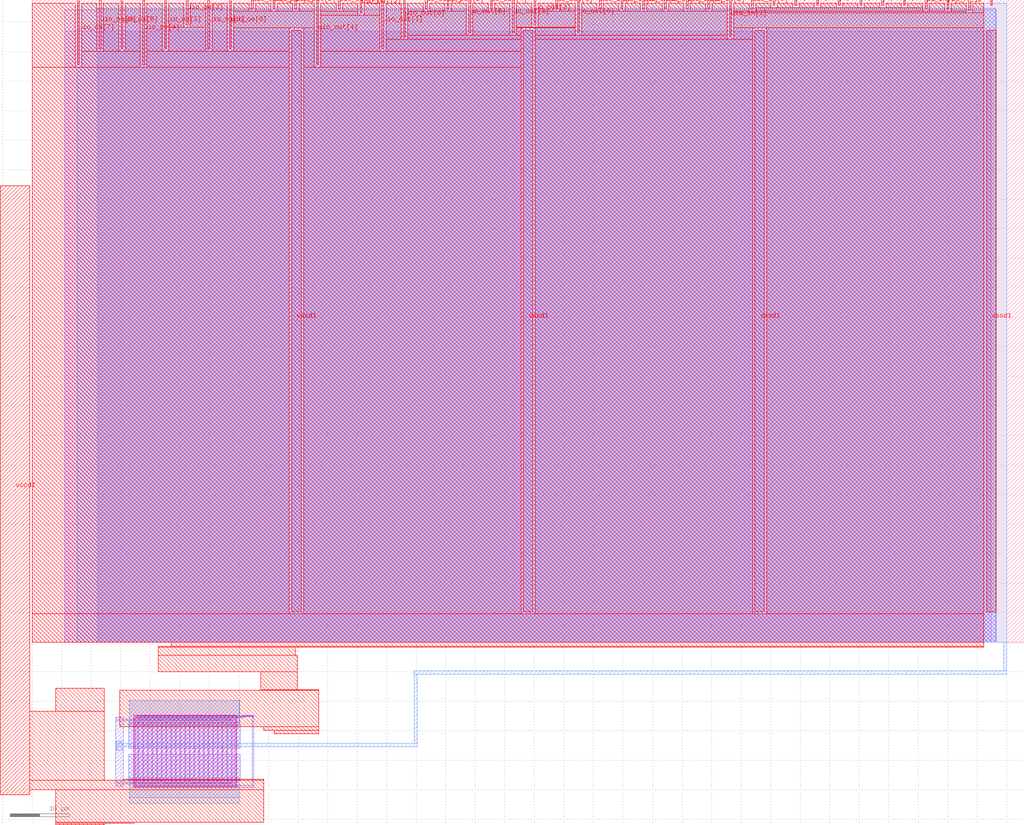
<source format=lef>
VERSION 5.7 ;
  NOWIREEXTENSIONATPIN ON ;
  DIVIDERCHAR "/" ;
  BUSBITCHARS "[]" ;
MACRO tt_um_test
  CLASS BLOCK ;
  FOREIGN tt_um_test ;
  ORIGIN 0.000 0.000 ;
  SIZE 167.900 BY 108.800 ;
  PIN clk
    DIRECTION INPUT ;
    USE SIGNAL ;
    PORT
      LAYER met4 ;
        RECT 158.550 106.950 158.850 108.800 ;
    END
  END clk
  PIN ena
    DIRECTION INPUT ;
    USE SIGNAL ;
    PORT
      LAYER met4 ;
        RECT 162.230 107.800 162.530 108.800 ;
    END
  END ena
  PIN rst_n
    DIRECTION INPUT ;
    USE SIGNAL ;
    PORT
      LAYER met4 ;
        RECT 154.870 107.260 155.170 108.800 ;
    END
  END rst_n
  PIN ui_in[0]
    DIRECTION INPUT ;
    USE SIGNAL ;
    PORT
      LAYER met4 ;
        RECT 151.190 107.260 151.490 108.800 ;
    END
  END ui_in[0]
  PIN ui_in[1]
    DIRECTION INPUT ;
    USE SIGNAL ;
    PORT
      LAYER met4 ;
        RECT 147.510 107.800 147.810 108.800 ;
    END
  END ui_in[1]
  PIN ui_in[2]
    DIRECTION INPUT ;
    USE SIGNAL ;
    PORT
      LAYER met4 ;
        RECT 143.830 107.800 144.130 108.800 ;
    END
  END ui_in[2]
  PIN ui_in[3]
    DIRECTION INPUT ;
    USE SIGNAL ;
    PORT
      LAYER met4 ;
        RECT 140.150 107.800 140.450 108.800 ;
    END
  END ui_in[3]
  PIN ui_in[4]
    DIRECTION INPUT ;
    USE SIGNAL ;
    PORT
      LAYER met4 ;
        RECT 136.470 107.800 136.770 108.800 ;
    END
  END ui_in[4]
  PIN ui_in[5]
    DIRECTION INPUT ;
    USE SIGNAL ;
    PORT
      LAYER met4 ;
        RECT 132.790 107.800 133.090 108.800 ;
    END
  END ui_in[5]
  PIN ui_in[6]
    DIRECTION INPUT ;
    USE SIGNAL ;
    PORT
      LAYER met4 ;
        RECT 129.110 107.800 129.410 108.800 ;
    END
  END ui_in[6]
  PIN ui_in[7]
    DIRECTION INPUT ;
    USE SIGNAL ;
    PORT
      LAYER met4 ;
        RECT 125.430 107.800 125.730 108.800 ;
    END
  END ui_in[7]
  PIN uio_in[0]
    DIRECTION INPUT ;
    USE SIGNAL ;
    PORT
      LAYER met4 ;
        RECT 121.750 107.260 122.050 108.800 ;
    END
  END uio_in[0]
  PIN uio_in[1]
    DIRECTION INPUT ;
    USE SIGNAL ;
    PORT
      LAYER met4 ;
        RECT 118.070 102.500 118.370 108.800 ;
    END
  END uio_in[1]
  PIN uio_in[2]
    DIRECTION INPUT ;
    USE SIGNAL ;
    PORT
      LAYER met4 ;
        RECT 114.390 107.260 114.690 108.800 ;
    END
  END uio_in[2]
  PIN uio_in[3]
    DIRECTION INPUT ;
    USE SIGNAL ;
    PORT
      LAYER met4 ;
        RECT 110.710 107.260 111.010 108.800 ;
    END
  END uio_in[3]
  PIN uio_in[4]
    DIRECTION INPUT ;
    USE SIGNAL ;
    PORT
      LAYER met4 ;
        RECT 107.030 107.260 107.330 108.800 ;
    END
  END uio_in[4]
  PIN uio_in[5]
    DIRECTION INPUT ;
    USE SIGNAL ;
    PORT
      LAYER met4 ;
        RECT 103.350 107.260 103.650 108.800 ;
    END
  END uio_in[5]
  PIN uio_in[6]
    DIRECTION INPUT ;
    USE SIGNAL ;
    PORT
      LAYER met4 ;
        RECT 99.670 107.260 99.970 108.800 ;
    END
  END uio_in[6]
  PIN uio_in[7]
    DIRECTION INPUT ;
    USE SIGNAL ;
    PORT
      LAYER met4 ;
        RECT 95.990 107.260 96.290 108.800 ;
    END
  END uio_in[7]
  PIN uio_oe[0]
    DIRECTION OUTPUT TRISTATE ;
    USE SIGNAL ;
    PORT
      LAYER met4 ;
        RECT 33.430 100.460 33.730 108.800 ;
    END
  END uio_oe[0]
  PIN uio_oe[1]
    DIRECTION OUTPUT TRISTATE ;
    USE SIGNAL ;
    PORT
      LAYER met4 ;
        RECT 29.750 100.460 30.050 108.800 ;
    END
  END uio_oe[1]
  PIN uio_oe[2]
    DIRECTION OUTPUT TRISTATE ;
    USE SIGNAL ;
    PORT
      LAYER met4 ;
        RECT 26.070 104.540 26.370 108.800 ;
    END
  END uio_oe[2]
  PIN uio_oe[3]
    DIRECTION OUTPUT TRISTATE ;
    USE SIGNAL ;
    PORT
      LAYER met4 ;
        RECT 22.390 100.460 22.690 108.800 ;
    END
  END uio_oe[3]
  PIN uio_oe[4]
    DIRECTION OUTPUT TRISTATE ;
    USE SIGNAL ;
    PORT
      LAYER met4 ;
        RECT 18.710 97.740 19.010 108.800 ;
    END
  END uio_oe[4]
  PIN uio_oe[5]
    DIRECTION OUTPUT TRISTATE ;
    USE SIGNAL ;
    PORT
      LAYER met4 ;
        RECT 15.030 100.460 15.330 108.800 ;
    END
  END uio_oe[5]
  PIN uio_oe[6]
    DIRECTION OUTPUT TRISTATE ;
    USE SIGNAL ;
    PORT
      LAYER met4 ;
        RECT 11.350 100.460 11.650 108.800 ;
    END
  END uio_oe[6]
  PIN uio_oe[7]
    DIRECTION OUTPUT TRISTATE ;
    USE SIGNAL ;
    PORT
      LAYER met4 ;
        RECT 7.670 97.740 7.970 108.800 ;
    END
  END uio_oe[7]
  PIN uio_out[0]
    DIRECTION OUTPUT TRISTATE ;
    USE SIGNAL ;
    PORT
      LAYER met4 ;
        RECT 62.870 102.500 63.170 108.800 ;
    END
  END uio_out[0]
  PIN uio_out[1]
    DIRECTION OUTPUT TRISTATE ;
    USE SIGNAL ;
    PORT
      LAYER met4 ;
        RECT 59.190 100.460 59.490 108.800 ;
    END
  END uio_out[1]
  PIN uio_out[2]
    DIRECTION OUTPUT TRISTATE ;
    USE SIGNAL ;
    PORT
      LAYER met4 ;
        RECT 55.510 106.580 55.810 108.800 ;
    END
  END uio_out[2]
  PIN uio_out[3]
    DIRECTION OUTPUT TRISTATE ;
    USE SIGNAL ;
    PORT
      LAYER met4 ;
        RECT 51.830 107.260 52.130 108.800 ;
    END
  END uio_out[3]
  PIN uio_out[4]
    DIRECTION OUTPUT TRISTATE ;
    USE SIGNAL ;
    PORT
      LAYER met4 ;
        RECT 48.150 97.740 48.450 108.800 ;
    END
  END uio_out[4]
  PIN uio_out[5]
    DIRECTION OUTPUT TRISTATE ;
    USE SIGNAL ;
    PORT
      LAYER met4 ;
        RECT 44.470 107.260 44.770 108.800 ;
    END
  END uio_out[5]
  PIN uio_out[6]
    DIRECTION OUTPUT TRISTATE ;
    USE SIGNAL ;
    PORT
      LAYER met4 ;
        RECT 40.790 107.260 41.090 108.800 ;
    END
  END uio_out[6]
  PIN uio_out[7]
    DIRECTION OUTPUT TRISTATE ;
    USE SIGNAL ;
    PORT
      LAYER met4 ;
        RECT 37.110 107.260 37.410 108.800 ;
    END
  END uio_out[7]
  PIN uo_out[0]
    DIRECTION OUTPUT TRISTATE ;
    USE SIGNAL ;
    PORT
      LAYER met4 ;
        RECT 92.310 103.180 92.610 108.800 ;
    END
  END uo_out[0]
  PIN uo_out[1]
    DIRECTION OUTPUT TRISTATE ;
    USE SIGNAL ;
    PORT
      LAYER met4 ;
        RECT 88.630 107.260 88.930 108.800 ;
    END
  END uo_out[1]
  PIN uo_out[2]
    DIRECTION OUTPUT TRISTATE ;
    USE SIGNAL ;
    PORT
      LAYER met4 ;
        RECT 84.950 104.540 85.250 108.800 ;
    END
  END uo_out[2]
  PIN uo_out[3]
    DIRECTION OUTPUT TRISTATE ;
    USE SIGNAL ;
    PORT
      LAYER met4 ;
        RECT 81.270 103.180 81.570 108.800 ;
    END
  END uo_out[3]
  PIN uo_out[4]
    DIRECTION OUTPUT TRISTATE ;
    USE SIGNAL ;
    PORT
      LAYER met4 ;
        RECT 77.590 107.260 77.890 108.800 ;
    END
  END uo_out[4]
  PIN uo_out[5]
    DIRECTION OUTPUT TRISTATE ;
    USE SIGNAL ;
    PORT
      LAYER met4 ;
        RECT 73.910 103.180 74.210 108.800 ;
    END
  END uo_out[5]
  PIN uo_out[6]
    DIRECTION OUTPUT TRISTATE ;
    USE SIGNAL ;
    PORT
      LAYER met4 ;
        RECT 70.230 107.260 70.530 108.800 ;
    END
  END uo_out[6]
  PIN uo_out[7]
    DIRECTION OUTPUT TRISTATE ;
    USE SIGNAL ;
    PORT
      LAYER met4 ;
        RECT 66.550 107.260 66.850 108.800 ;
    END
  END uo_out[7]
  PIN vssd1
    DIRECTION INOUT ;
    USE GROUND ;
    PORT
      LAYER met4 ;
        RECT 43.930 5.200 45.530 103.600 ;
    END
    PORT
      LAYER met4 ;
        RECT 83.140 5.200 84.740 103.600 ;
    END
    PORT
      LAYER met4 ;
        RECT 122.350 5.200 123.950 103.600 ;
    END
    PORT
      LAYER met4 ;
        RECT 161.560 5.200 163.160 103.600 ;
    END
  END vssd1
  PIN vccd1
    DIRECTION INOUT ;
    USE POWER ;
    PORT
      LAYER met4 ;
        RECT -5.420 -25.800 -0.420 77.240 ;
    END
  END vccd1
  OBS
      LAYER nwell ;
        RECT 17.145 -24.585 34.615 -12.395 ;
      LAYER li1 ;
        RECT 5.520 0.000 162.380 103.445 ;
        RECT 17.325 -12.745 34.435 -12.575 ;
        RECT 17.325 -24.235 17.495 -12.745 ;
        RECT 18.125 -13.255 18.625 -13.085 ;
        RECT 18.915 -13.255 19.415 -13.085 ;
        RECT 19.705 -13.255 20.205 -13.085 ;
        RECT 20.495 -13.255 20.995 -13.085 ;
        RECT 21.285 -13.255 21.785 -13.085 ;
        RECT 22.075 -13.255 22.575 -13.085 ;
        RECT 22.865 -13.255 23.365 -13.085 ;
        RECT 23.655 -13.255 24.155 -13.085 ;
        RECT 24.445 -13.255 24.945 -13.085 ;
        RECT 25.235 -13.255 25.735 -13.085 ;
        RECT 26.025 -13.255 26.525 -13.085 ;
        RECT 26.815 -13.255 27.315 -13.085 ;
        RECT 27.605 -13.255 28.105 -13.085 ;
        RECT 28.395 -13.255 28.895 -13.085 ;
        RECT 29.185 -13.255 29.685 -13.085 ;
        RECT 29.975 -13.255 30.475 -13.085 ;
        RECT 30.765 -13.255 31.265 -13.085 ;
        RECT 31.555 -13.255 32.055 -13.085 ;
        RECT 32.345 -13.255 32.845 -13.085 ;
        RECT 33.135 -13.255 33.635 -13.085 ;
        RECT 17.895 -23.510 18.065 -13.470 ;
        RECT 18.685 -23.510 18.855 -13.470 ;
        RECT 19.475 -23.510 19.645 -13.470 ;
        RECT 20.265 -23.510 20.435 -13.470 ;
        RECT 21.055 -23.510 21.225 -13.470 ;
        RECT 21.845 -23.510 22.015 -13.470 ;
        RECT 22.635 -23.510 22.805 -13.470 ;
        RECT 23.425 -23.510 23.595 -13.470 ;
        RECT 24.215 -23.510 24.385 -13.470 ;
        RECT 25.005 -23.510 25.175 -13.470 ;
        RECT 25.795 -23.510 25.965 -13.470 ;
        RECT 26.585 -23.510 26.755 -13.470 ;
        RECT 27.375 -23.510 27.545 -13.470 ;
        RECT 28.165 -23.510 28.335 -13.470 ;
        RECT 28.955 -23.510 29.125 -13.470 ;
        RECT 29.745 -23.510 29.915 -13.470 ;
        RECT 30.535 -23.510 30.705 -13.470 ;
        RECT 31.325 -23.510 31.495 -13.470 ;
        RECT 32.115 -23.510 32.285 -13.470 ;
        RECT 32.905 -23.510 33.075 -13.470 ;
        RECT 33.695 -23.510 33.865 -13.470 ;
        RECT 18.125 -23.895 18.625 -23.725 ;
        RECT 18.915 -23.895 19.415 -23.725 ;
        RECT 19.705 -23.895 20.205 -23.725 ;
        RECT 20.495 -23.895 20.995 -23.725 ;
        RECT 21.285 -23.895 21.785 -23.725 ;
        RECT 22.075 -23.895 22.575 -23.725 ;
        RECT 22.865 -23.895 23.365 -23.725 ;
        RECT 23.655 -23.895 24.155 -23.725 ;
        RECT 24.445 -23.895 24.945 -23.725 ;
        RECT 25.235 -23.895 25.735 -23.725 ;
        RECT 26.025 -23.895 26.525 -23.725 ;
        RECT 26.815 -23.895 27.315 -23.725 ;
        RECT 27.605 -23.895 28.105 -23.725 ;
        RECT 28.395 -23.895 28.895 -23.725 ;
        RECT 29.185 -23.895 29.685 -23.725 ;
        RECT 29.975 -23.895 30.475 -23.725 ;
        RECT 30.765 -23.895 31.265 -23.725 ;
        RECT 31.555 -23.895 32.055 -23.725 ;
        RECT 32.345 -23.895 32.845 -23.725 ;
        RECT 33.135 -23.895 33.635 -23.725 ;
        RECT 34.265 -24.235 34.435 -12.745 ;
        RECT 17.325 -24.405 34.435 -24.235 ;
      LAYER met1 ;
        RECT 5.520 0.000 163.160 107.060 ;
        RECT 17.820 -12.480 33.950 -12.460 ;
        RECT 35.590 -12.480 37.530 -12.320 ;
        RECT 17.820 -12.490 37.530 -12.480 ;
        RECT 17.680 -12.620 37.530 -12.490 ;
        RECT 14.170 -13.020 15.400 -12.700 ;
        RECT 17.680 -12.780 35.890 -12.620 ;
        RECT 17.680 -12.850 34.130 -12.780 ;
        RECT 14.170 -13.320 33.960 -13.020 ;
        RECT 14.170 -23.660 15.400 -13.320 ;
        RECT 17.865 -13.660 18.095 -13.575 ;
        RECT 19.445 -13.660 19.675 -13.575 ;
        RECT 21.025 -13.660 21.255 -13.575 ;
        RECT 22.605 -13.660 22.835 -13.575 ;
        RECT 24.185 -13.660 24.415 -13.575 ;
        RECT 25.765 -13.660 25.995 -13.575 ;
        RECT 27.345 -13.660 27.575 -13.575 ;
        RECT 28.925 -13.660 29.155 -13.575 ;
        RECT 30.505 -13.660 30.735 -13.575 ;
        RECT 32.085 -13.660 32.315 -13.575 ;
        RECT 33.665 -13.660 33.895 -13.575 ;
        RECT 16.320 -17.970 35.220 -13.660 ;
        RECT 17.865 -18.635 18.095 -17.970 ;
        RECT 18.655 -18.990 18.885 -18.345 ;
        RECT 19.445 -18.635 19.675 -17.970 ;
        RECT 20.235 -18.990 20.465 -18.345 ;
        RECT 21.025 -18.635 21.255 -17.970 ;
        RECT 21.815 -18.990 22.045 -18.345 ;
        RECT 22.605 -18.635 22.835 -17.970 ;
        RECT 23.395 -18.990 23.625 -18.345 ;
        RECT 24.185 -18.635 24.415 -17.970 ;
        RECT 24.975 -18.990 25.205 -18.345 ;
        RECT 25.765 -18.635 25.995 -17.970 ;
        RECT 26.555 -18.990 26.785 -18.345 ;
        RECT 27.345 -18.635 27.575 -17.970 ;
        RECT 28.135 -18.990 28.365 -18.345 ;
        RECT 28.925 -18.635 29.155 -17.970 ;
        RECT 29.715 -18.990 29.945 -18.345 ;
        RECT 30.505 -18.635 30.735 -17.970 ;
        RECT 31.295 -18.990 31.525 -18.345 ;
        RECT 32.085 -18.635 32.315 -17.970 ;
        RECT 32.875 -18.990 33.105 -18.345 ;
        RECT 33.665 -18.635 33.895 -17.970 ;
        RECT 16.340 -23.300 35.240 -18.990 ;
        RECT 18.655 -23.405 18.885 -23.300 ;
        RECT 20.235 -23.405 20.465 -23.300 ;
        RECT 21.815 -23.405 22.045 -23.300 ;
        RECT 23.395 -23.405 23.625 -23.300 ;
        RECT 24.975 -23.405 25.205 -23.300 ;
        RECT 26.555 -23.405 26.785 -23.300 ;
        RECT 28.135 -23.405 28.365 -23.300 ;
        RECT 29.715 -23.405 29.945 -23.300 ;
        RECT 31.295 -23.405 31.525 -23.300 ;
        RECT 32.875 -23.405 33.105 -23.300 ;
        RECT 14.170 -23.670 18.180 -23.660 ;
        RECT 14.170 -23.960 33.970 -23.670 ;
        RECT 14.170 -24.350 15.400 -23.960 ;
        RECT 17.840 -23.970 33.970 -23.960 ;
        RECT 18.275 -24.210 33.485 -24.205 ;
        RECT 37.230 -24.210 37.530 -12.620 ;
        RECT 17.840 -24.510 37.530 -24.210 ;
      LAYER met2 ;
        RECT 11.130 0.000 163.130 107.285 ;
        RECT 16.450 -13.660 35.110 -9.850 ;
        RECT 14.190 -18.260 15.410 -16.760 ;
        RECT 16.320 -17.970 35.220 -13.660 ;
        RECT 16.340 -23.300 35.240 -18.990 ;
        RECT 16.380 -26.290 35.040 -23.300 ;
      LAYER met3 ;
        RECT 7.630 0.000 164.960 108.150 ;
        RECT 164.430 -4.855 164.940 0.000 ;
        RECT 64.610 -5.375 164.945 -4.855 ;
        RECT 16.390 -14.120 35.040 -9.860 ;
        RECT 64.680 -17.125 65.200 -5.375 ;
        RECT 14.250 -17.670 65.215 -17.125 ;
        RECT 16.390 -27.220 35.040 -22.960 ;
      LAYER met4 ;
        RECT 0.000 97.340 7.270 108.150 ;
        RECT 8.370 100.060 10.950 108.150 ;
        RECT 12.050 100.060 14.630 108.150 ;
        RECT 15.730 100.060 18.310 108.150 ;
        RECT 8.370 97.340 18.310 100.060 ;
        RECT 19.410 100.060 21.990 108.150 ;
        RECT 23.090 104.140 25.670 108.150 ;
        RECT 26.770 104.140 29.350 108.150 ;
        RECT 23.090 100.060 29.350 104.140 ;
        RECT 30.450 100.060 33.030 108.150 ;
        RECT 34.130 106.860 36.710 108.150 ;
        RECT 37.810 106.860 40.390 108.150 ;
        RECT 41.490 106.860 44.070 108.150 ;
        RECT 45.170 106.860 47.750 108.150 ;
        RECT 34.130 104.000 47.750 106.860 ;
        RECT 34.130 100.060 43.530 104.000 ;
        RECT 19.410 97.340 43.530 100.060 ;
        RECT 0.000 4.800 43.530 97.340 ;
        RECT 45.930 97.340 47.750 104.000 ;
        RECT 48.850 106.860 51.430 108.150 ;
        RECT 52.530 106.860 55.110 108.150 ;
        RECT 48.850 106.180 55.110 106.860 ;
        RECT 56.210 106.180 58.790 108.150 ;
        RECT 48.850 100.060 58.790 106.180 ;
        RECT 59.890 102.100 62.470 108.150 ;
        RECT 63.570 106.860 66.150 108.150 ;
        RECT 67.250 106.860 69.830 108.150 ;
        RECT 70.930 106.860 73.510 108.150 ;
        RECT 63.570 102.780 73.510 106.860 ;
        RECT 74.610 106.860 77.190 108.150 ;
        RECT 78.290 106.860 80.870 108.150 ;
        RECT 74.610 102.780 80.870 106.860 ;
        RECT 81.970 104.140 84.550 108.150 ;
        RECT 85.650 106.860 88.230 108.150 ;
        RECT 89.330 106.860 91.910 108.150 ;
        RECT 85.650 104.140 91.910 106.860 ;
        RECT 81.970 104.000 91.910 104.140 ;
        RECT 81.970 102.780 82.740 104.000 ;
        RECT 63.570 102.100 82.740 102.780 ;
        RECT 59.890 100.060 82.740 102.100 ;
        RECT 48.850 97.340 82.740 100.060 ;
        RECT 45.930 4.800 82.740 97.340 ;
        RECT 85.140 102.780 91.910 104.000 ;
        RECT 93.010 106.860 95.590 108.150 ;
        RECT 96.690 106.860 99.270 108.150 ;
        RECT 100.370 106.860 102.950 108.150 ;
        RECT 104.050 106.860 106.630 108.150 ;
        RECT 107.730 106.860 110.310 108.150 ;
        RECT 111.410 106.860 113.990 108.150 ;
        RECT 115.090 106.860 117.670 108.150 ;
        RECT 93.010 102.780 117.670 106.860 ;
        RECT 85.140 102.100 117.670 102.780 ;
        RECT 118.770 106.860 121.350 108.150 ;
        RECT 122.450 107.400 125.030 108.150 ;
        RECT 126.130 107.400 128.710 108.150 ;
        RECT 129.810 107.400 132.390 108.150 ;
        RECT 133.490 107.400 136.070 108.150 ;
        RECT 137.170 107.400 139.750 108.150 ;
        RECT 140.850 107.400 143.430 108.150 ;
        RECT 144.530 107.400 147.110 108.150 ;
        RECT 148.210 107.400 150.790 108.150 ;
        RECT 122.450 106.860 150.790 107.400 ;
        RECT 151.890 106.860 154.470 108.150 ;
        RECT 155.570 106.860 158.150 108.150 ;
        RECT 118.770 106.550 158.150 106.860 ;
        RECT 159.250 106.550 161.090 108.150 ;
        RECT 118.770 104.000 161.090 106.550 ;
        RECT 118.770 102.100 121.950 104.000 ;
        RECT 85.140 4.800 121.950 102.100 ;
        RECT 124.350 4.800 161.090 104.000 ;
        RECT 0.000 0.000 161.090 4.800 ;
        RECT 23.540 -0.640 161.090 0.000 ;
        RECT 21.340 -0.860 161.090 -0.640 ;
        RECT 21.340 -2.180 44.530 -0.860 ;
        RECT 21.340 -4.970 44.840 -2.180 ;
        RECT 4.020 -11.690 12.210 -7.750 ;
        RECT 38.660 -8.030 44.840 -4.970 ;
        RECT 38.660 -8.140 48.540 -8.030 ;
        RECT -0.420 -23.390 12.210 -11.690 ;
        RECT 14.850 -14.320 48.540 -8.140 ;
        RECT 39.150 -14.870 48.540 -14.320 ;
        RECT 40.970 -15.470 48.540 -14.870 ;
        RECT 15.320 -23.390 39.150 -23.220 ;
        RECT -0.420 -25.000 39.150 -23.390 ;
        RECT 4.020 -30.480 39.150 -25.000 ;
        RECT 4.020 -30.600 17.230 -30.480 ;
        RECT 4.020 -30.860 12.210 -30.600 ;
  END
END tt_um_test
END LIBRARY


</source>
